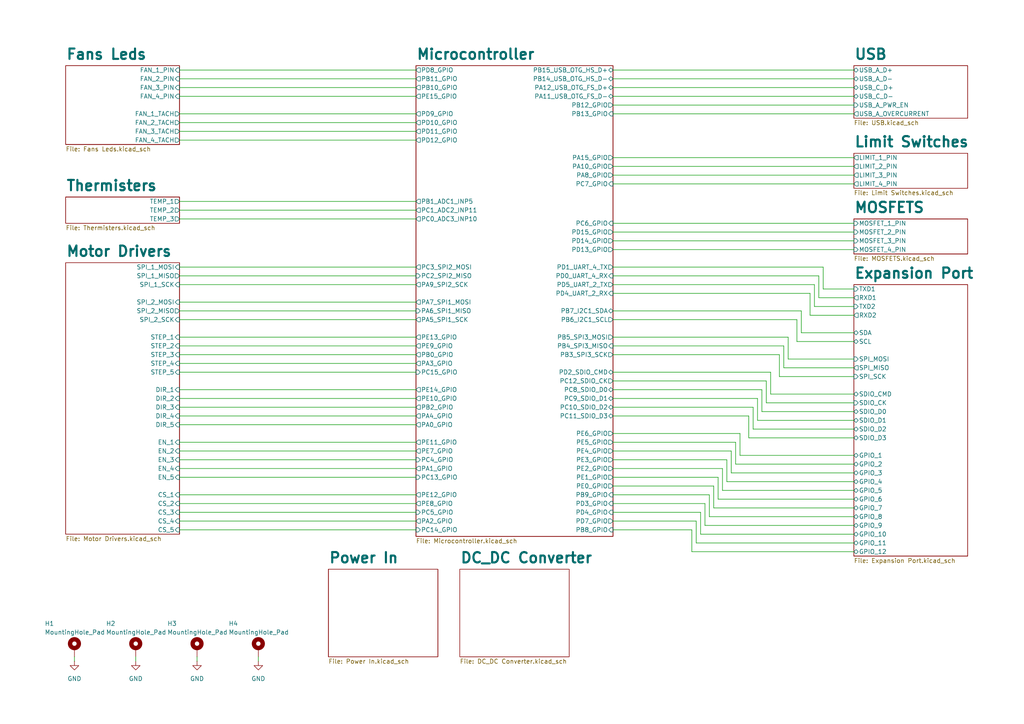
<source format=kicad_sch>
(kicad_sch (version 20250114) (generator "eeschema") (generator_version "9.0")
  (paper "A4")
  (title_block (title "Scorpion max V1") (rev "V1"))
  (lib_symbols
    (symbol "Mechanical:MountingHole_Pad" (pin_numbers (hide yes)) (pin_names (offset 1.016) (hide yes)) (in_bom no)
      (property "Reference" "H" (at 0 6.35 0))
      (property "Value" "MountingHole_Pad" (at 0 4.445 0))
      (symbol "MountingHole_Pad_0_1"
        (circle (center 0 1.27) (radius 1.27) (stroke (width 1.27)))
      )
      (symbol "MountingHole_Pad_1_1"
        (pin input line (at 0 -2.54 90) (length 2.54) (name "1") (number "1"))
      )
    )
    (symbol "power:GND" (power) (pin_numbers (hide yes)) (pin_names (offset 0) (hide yes))
      (property "Value" "GND" (at 0 -3.81 0))
      (symbol "GND_0_1"
        (polyline (pts (xy 0 0) (xy 0 -1.27) (xy 1.27 -1.27) (xy 0 -2.54) (xy -1.27 -1.27) (xy 0 -1.27)))
      )
      (symbol "GND_1_1"
        (pin power_in line (at 0 0 270) (length 0) (name "~") (number "1"))
      )
    )
  )
  (wire (pts (xy 217.17 127) (xy 217.17 120.65)))
  (wire (pts (xy 52.07 77.47) (xy 120.65 77.47)))
  (wire (pts (xy 219.71 121.92) (xy 219.71 115.57)))
  (wire (pts (xy 210.82 139.7) (xy 247.65 139.7)))
  (wire (pts (xy 232.41 96.52) (xy 232.41 90.17)))
  (wire (pts (xy 205.74 143.51) (xy 205.74 149.86)))
  (wire (pts (xy 177.8 113.03) (xy 220.98 113.03)))
  (wire (pts (xy 52.07 130.81) (xy 120.65 130.81)))
  (wire (pts (xy 227.33 106.68) (xy 247.65 106.68)))
  (wire (pts (xy 52.07 138.43) (xy 120.65 138.43)))
  (wire (pts (xy 223.52 114.3) (xy 223.52 107.95)))
  (wire (pts (xy 177.8 153.67) (xy 200.66 153.67)))
  (wire (pts (xy 201.93 151.13) (xy 201.93 157.48)))
  (wire (pts (xy 57.15 191.77) (xy 57.15 190.5)))
  (wire (pts (xy 217.17 127) (xy 247.65 127)))
  (wire (pts (xy 177.8 72.39) (xy 247.65 72.39)))
  (wire (pts (xy 52.07 80.01) (xy 120.65 80.01)))
  (wire (pts (xy 231.14 99.06) (xy 247.65 99.06)))
  (wire (pts (xy 52.07 107.95) (xy 120.65 107.95)))
  (wire (pts (xy 52.07 25.4) (xy 120.65 25.4)))
  (wire (pts (xy 52.07 143.51) (xy 120.65 143.51)))
  (wire (pts (xy 177.8 135.89) (xy 209.55 135.89)))
  (wire (pts (xy 201.93 157.48) (xy 247.65 157.48)))
  (wire (pts (xy 52.07 90.17) (xy 120.65 90.17)))
  (wire (pts (xy 177.8 128.27) (xy 213.36 128.27)))
  (wire (pts (xy 234.95 91.44) (xy 234.95 85.09)))
  (wire (pts (xy 200.66 160.02) (xy 247.65 160.02)))
  (wire (pts (xy 220.98 119.38) (xy 247.65 119.38)))
  (wire (pts (xy 207.01 140.97) (xy 207.01 147.32)))
  (wire (pts (xy 204.47 152.4) (xy 247.65 152.4)))
  (wire (pts (xy 177.8 110.49) (xy 222.25 110.49)))
  (wire (pts (xy 226.06 109.22) (xy 247.65 109.22)))
  (wire (pts (xy 52.07 148.59) (xy 120.65 148.59)))
  (wire (pts (xy 220.98 119.38) (xy 220.98 113.03)))
  (wire (pts (xy 210.82 133.35) (xy 210.82 139.7)))
  (wire (pts (xy 236.22 88.9) (xy 247.65 88.9)))
  (wire (pts (xy 208.28 144.78) (xy 247.65 144.78)))
  (wire (pts (xy 238.76 83.82) (xy 238.76 77.47)))
  (wire (pts (xy 207.01 147.32) (xy 247.65 147.32)))
  (wire (pts (xy 177.8 115.57) (xy 219.71 115.57)))
  (wire (pts (xy 212.09 137.16) (xy 247.65 137.16)))
  (wire (pts (xy 213.36 134.62) (xy 247.65 134.62)))
  (wire (pts (xy 208.28 138.43) (xy 208.28 144.78)))
  (wire (pts (xy 177.8 85.09) (xy 234.95 85.09)))
  (wire (pts (xy 177.8 90.17) (xy 232.41 90.17)))
  (wire (pts (xy 177.8 50.8) (xy 247.65 50.8)))
  (wire (pts (xy 214.63 132.08) (xy 247.65 132.08)))
  (wire (pts (xy 52.07 146.05) (xy 120.65 146.05)))
  (wire (pts (xy 177.8 118.11) (xy 218.44 118.11)))
  (wire (pts (xy 237.49 86.36) (xy 237.49 80.01)))
  (wire (pts (xy 228.6 104.14) (xy 247.65 104.14)))
  (wire (pts (xy 52.07 33.02) (xy 120.65 33.02)))
  (wire (pts (xy 177.8 146.05) (xy 204.47 146.05)))
  (wire (pts (xy 52.07 151.13) (xy 120.65 151.13)))
  (wire (pts (xy 52.07 100.33) (xy 120.65 100.33)))
  (wire (pts (xy 177.8 97.79) (xy 228.6 97.79)))
  (wire (pts (xy 214.63 125.73) (xy 214.63 132.08)))
  (wire (pts (xy 52.07 27.94) (xy 120.65 27.94)))
  (wire (pts (xy 237.49 86.36) (xy 247.65 86.36)))
  (wire (pts (xy 177.8 45.72) (xy 247.65 45.72)))
  (wire (pts (xy 177.8 33.02) (xy 247.65 33.02)))
  (wire (pts (xy 52.07 120.65) (xy 120.65 120.65)))
  (wire (pts (xy 52.07 20.32) (xy 120.65 20.32)))
  (wire (pts (xy 52.07 133.35) (xy 120.65 133.35)))
  (wire (pts (xy 177.8 27.94) (xy 247.65 27.94)))
  (wire (pts (xy 203.2 148.59) (xy 203.2 154.94)))
  (wire (pts (xy 218.44 124.46) (xy 218.44 118.11)))
  (wire (pts (xy 52.07 153.67) (xy 120.65 153.67)))
  (wire (pts (xy 177.8 20.32) (xy 247.65 20.32)))
  (wire (pts (xy 213.36 128.27) (xy 213.36 134.62)))
  (wire (pts (xy 52.07 58.42) (xy 120.65 58.42)))
  (wire (pts (xy 52.07 115.57) (xy 120.65 115.57)))
  (wire (pts (xy 52.07 102.87) (xy 120.65 102.87)))
  (wire (pts (xy 52.07 135.89) (xy 120.65 135.89)))
  (wire (pts (xy 232.41 96.52) (xy 247.65 96.52)))
  (wire (pts (xy 177.8 77.47) (xy 238.76 77.47)))
  (wire (pts (xy 177.8 92.71) (xy 231.14 92.71)))
  (wire (pts (xy 177.8 138.43) (xy 208.28 138.43)))
  (wire (pts (xy 52.07 105.41) (xy 120.65 105.41)))
  (wire (pts (xy 177.8 102.87) (xy 226.06 102.87)))
  (wire (pts (xy 209.55 142.24) (xy 247.65 142.24)))
  (wire (pts (xy 177.8 69.85) (xy 247.65 69.85)))
  (wire (pts (xy 231.14 99.06) (xy 231.14 92.71)))
  (wire (pts (xy 236.22 88.9) (xy 236.22 82.55)))
  (wire (pts (xy 177.8 133.35) (xy 210.82 133.35)))
  (wire (pts (xy 39.37 191.77) (xy 39.37 190.5)))
  (wire (pts (xy 177.8 100.33) (xy 227.33 100.33)))
  (wire (pts (xy 223.52 114.3) (xy 247.65 114.3)))
  (wire (pts (xy 219.71 121.92) (xy 247.65 121.92)))
  (wire (pts (xy 177.8 53.34) (xy 247.65 53.34)))
  (wire (pts (xy 177.8 107.95) (xy 223.52 107.95)))
  (wire (pts (xy 177.8 48.26) (xy 247.65 48.26)))
  (wire (pts (xy 177.8 143.51) (xy 205.74 143.51)))
  (wire (pts (xy 52.07 38.1) (xy 120.65 38.1)))
  (wire (pts (xy 52.07 60.96) (xy 120.65 60.96)))
  (wire (pts (xy 177.8 120.65) (xy 217.17 120.65)))
  (wire (pts (xy 226.06 109.22) (xy 226.06 102.87)))
  (wire (pts (xy 177.8 22.86) (xy 247.65 22.86)))
  (wire (pts (xy 204.47 146.05) (xy 204.47 152.4)))
  (wire (pts (xy 52.07 128.27) (xy 120.65 128.27)))
  (wire (pts (xy 222.25 116.84) (xy 247.65 116.84)))
  (wire (pts (xy 52.07 118.11) (xy 120.65 118.11)))
  (wire (pts (xy 177.8 30.48) (xy 247.65 30.48)))
  (wire (pts (xy 52.07 82.55) (xy 120.65 82.55)))
  (wire (pts (xy 74.93 191.77) (xy 74.93 190.5)))
  (wire (pts (xy 177.8 151.13) (xy 201.93 151.13)))
  (wire (pts (xy 52.07 87.63) (xy 120.65 87.63)))
  (wire (pts (xy 218.44 124.46) (xy 247.65 124.46)))
  (wire (pts (xy 177.8 25.4) (xy 247.65 25.4)))
  (wire (pts (xy 234.95 91.44) (xy 247.65 91.44)))
  (wire (pts (xy 52.07 35.56) (xy 120.65 35.56)))
  (wire (pts (xy 177.8 140.97) (xy 207.01 140.97)))
  (wire (pts (xy 177.8 125.73) (xy 214.63 125.73)))
  (wire (pts (xy 52.07 92.71) (xy 120.65 92.71)))
  (wire (pts (xy 238.76 83.82) (xy 247.65 83.82)))
  (wire (pts (xy 177.8 67.31) (xy 247.65 67.31)))
  (wire (pts (xy 212.09 130.81) (xy 212.09 137.16)))
  (wire (pts (xy 177.8 64.77) (xy 247.65 64.77)))
  (wire (pts (xy 177.8 130.81) (xy 212.09 130.81)))
  (wire (pts (xy 52.07 97.79) (xy 120.65 97.79)))
  (wire (pts (xy 52.07 123.19) (xy 120.65 123.19)))
  (wire (pts (xy 227.33 106.68) (xy 227.33 100.33)))
  (wire (pts (xy 21.59 191.77) (xy 21.59 190.5)))
  (wire (pts (xy 177.8 148.59) (xy 203.2 148.59)))
  (wire (pts (xy 209.55 135.89) (xy 209.55 142.24)))
  (wire (pts (xy 52.07 22.86) (xy 120.65 22.86)))
  (wire (pts (xy 203.2 154.94) (xy 247.65 154.94)))
  (wire (pts (xy 200.66 153.67) (xy 200.66 160.02)))
  (wire (pts (xy 52.07 63.5) (xy 120.65 63.5)))
  (wire (pts (xy 52.07 40.64) (xy 120.65 40.64)))
  (wire (pts (xy 177.8 82.55) (xy 236.22 82.55)))
  (wire (pts (xy 228.6 104.14) (xy 228.6 97.79)))
  (wire (pts (xy 177.8 80.01) (xy 237.49 80.01)))
  (wire (pts (xy 222.25 116.84) (xy 222.25 110.49)))
  (wire (pts (xy 52.07 113.03) (xy 120.65 113.03)))
  (wire (pts (xy 205.74 149.86) (xy 247.65 149.86)))
  (symbol (lib_id "power:GND") (at 57.15 191.77 0) (unit 1)
    (property "Reference" "#PWR03" (effects (hide yes)))
    (property "Value" "GND" (at 57.15 196.85 0))
    (property "Description" "Power symbol creates a global label with name \"GND\" , ground" (effects (hide yes)))
  )
  (symbol (lib_id "power:GND") (at 21.59 191.77 0) (unit 1)
    (property "Reference" "#PWR01" (effects (hide yes)))
    (property "Value" "GND" (at 21.59 196.85 0))
    (property "Description" "Power symbol creates a global label with name \"GND\" , ground" (effects (hide yes)))
  )
  (symbol (lib_id "Mechanical:MountingHole_Pad") (at 57.15 187.96 0) (unit 1) (in_bom no)
    (property "Reference" "H3" (at 48.514 180.848 0) (effects (justify left)))
    (property "Value" "MountingHole_Pad" (at 48.514 183.388 0) (effects (justify left)))
    (property "Footprint" "MountingHole:MountingHole_3.2mm_M3_Pad" (effects (hide yes)))
    (property "Description" "Mounting Hole with connection" (effects (hide yes)))
  )
  (symbol (lib_id "Mechanical:MountingHole_Pad") (at 74.93 187.96 0) (unit 1) (in_bom no)
    (property "Reference" "H4" (at 66.294 180.848 0) (effects (justify left)))
    (property "Value" "MountingHole_Pad" (at 66.294 183.388 0) (effects (justify left)))
    (property "Footprint" "MountingHole:MountingHole_3.2mm_M3_Pad" (effects (hide yes)))
    (property "Description" "Mounting Hole with connection" (effects (hide yes)))
  )
  (symbol (lib_id "Mechanical:MountingHole_Pad") (at 39.37 187.96 0) (unit 1) (in_bom no)
    (property "Reference" "H2" (at 30.734 180.848 0) (effects (justify left)))
    (property "Value" "MountingHole_Pad" (at 30.734 183.388 0) (effects (justify left)))
    (property "Footprint" "MountingHole:MountingHole_3.2mm_M3_Pad" (effects (hide yes)))
    (property "Description" "Mounting Hole with connection" (effects (hide yes)))
  )
  (symbol (lib_id "power:GND") (at 74.93 191.77 0) (unit 1)
    (property "Reference" "#PWR04" (effects (hide yes)))
    (property "Value" "GND" (at 74.93 196.85 0))
    (property "Description" "Power symbol creates a global label with name \"GND\" , ground" (effects (hide yes)))
  )
  (symbol (lib_id "power:GND") (at 39.37 191.77 0) (unit 1)
    (property "Reference" "#PWR02" (effects (hide yes)))
    (property "Value" "GND" (at 39.37 196.85 0))
    (property "Description" "Power symbol creates a global label with name \"GND\" , ground" (effects (hide yes)))
  )
  (symbol (lib_id "Mechanical:MountingHole_Pad") (at 21.59 187.96 0) (unit 1) (in_bom no)
    (property "Reference" "H1" (at 12.954 180.848 0) (effects (justify left)))
    (property "Value" "MountingHole_Pad" (at 12.954 183.388 0) (effects (justify left)))
    (property "Footprint" "MountingHole:MountingHole_3.2mm_M3_Pad" (effects (hide yes)))
    (property "Description" "Mounting Hole with connection" (effects (hide yes)))
  )
  (sheet (at 247.65 63.5) (size 33.02 10.16) (stroke (width 0.1524))
    (property "Sheetname" "MOSFETS" (at 247.65 61.9234 0) (effects (font (size 3 3) (thickness 0.6) (bold yes)) (justify left bottom)))
    (property "Sheetfile" "MOSFETS.kicad_sch" (at 247.65 74.2446 0) (effects (justify left top)))
    (pin "MOSFET_1_PIN" input (at 247.65 64.77 180))
    (pin "MOSFET_2_PIN" input (at 247.65 67.31 180))
    (pin "MOSFET_4_PIN" input (at 247.65 72.39 180))
    (pin "MOSFET_3_PIN" input (at 247.65 69.85 180))
  )
  (sheet (at 95.25 165.1) (size 31.75 25.4) (stroke (width 0.1524))
    (property "Sheetname" "Power In" (at 95.25 163.5234 0) (effects (font (size 3 3) (thickness 0.6) (bold yes)) (justify left bottom)))
    (property "Sheetfile" "Power In.kicad_sch" (at 95.25 191.0846 0) (effects (justify left top)))
  )
  (sheet (at 133.35 165.1) (size 31.75 25.4) (stroke (width 0.1524))
    (property "Sheetname" "DC_DC Converter" (at 133.35 163.5234 0) (effects (font (size 3 3) (thickness 0.6) (bold yes)) (justify left bottom)))
    (property "Sheetfile" "DC_DC Converter.kicad_sch" (at 133.35 191.0846 0) (effects (justify left top)))
  )
  (sheet (at 19.05 76.2) (size 33.02 78.74) (stroke (width 0.1524))
    (property "Sheetname" "Motor Drivers" (at 19.05 74.6234 0) (effects (font (size 3 3) (thickness 0.6) (bold yes)) (justify left bottom)))
    (property "Sheetfile" "Motor Drivers.kicad_sch" (at 19.05 155.5246 0) (effects (justify left top)))
    (pin "SPI_1_MISO" output (at 52.07 80.01 0))
    (pin "SPI_2_MISO" output (at 52.07 90.17 0))
    (pin "SPI_2_SCK" input (at 52.07 92.71 0))
    (pin "EN_5" input (at 52.07 138.43 0))
    (pin "EN_4" input (at 52.07 135.89 0))
    (pin "CS_5" input (at 52.07 153.67 0))
    (pin "EN_3" input (at 52.07 133.35 0))
    (pin "CS_3" input (at 52.07 148.59 0))
    (pin "EN_2" input (at 52.07 130.81 0))
    (pin "EN_1" input (at 52.07 128.27 0))
    (pin "SPI_1_SCK" input (at 52.07 82.55 0))
    (pin "SPI_1_MOSI" input (at 52.07 77.47 0))
    (pin "CS_2" input (at 52.07 146.05 0))
    (pin "SPI_2_MOSI" input (at 52.07 87.63 0))
    (pin "CS_4" input (at 52.07 151.13 0))
    (pin "STEP_2" input (at 52.07 100.33 0))
    (pin "STEP_1" input (at 52.07 97.79 0))
    (pin "DIR_1" input (at 52.07 113.03 0))
    (pin "DIR_2" input (at 52.07 115.57 0))
    (pin "DIR_3" input (at 52.07 118.11 0))
    (pin "STEP_3" input (at 52.07 102.87 0))
    (pin "STEP_4" input (at 52.07 105.41 0))
    (pin "DIR_4" input (at 52.07 120.65 0))
    (pin "STEP_5" input (at 52.07 107.95 0))
    (pin "DIR_5" input (at 52.07 123.19 0))
    (pin "CS_1" input (at 52.07 143.51 0))
  )
  (sheet (at 247.65 44.45) (size 33.02 10.16) (stroke (width 0.1524))
    (property "Sheetname" "Limit Switches" (at 247.65 42.8734 0) (effects (font (size 3 3) (thickness 0.6) (bold yes)) (justify left bottom)))
    (property "Sheetfile" "Limit Switches.kicad_sch" (at 247.65 55.1946 0) (effects (justify left top)))
    (pin "LIMIT_4_PIN" output (at 247.65 53.34 180))
    (pin "LIMIT_1_PIN" output (at 247.65 45.72 180))
    (pin "LIMIT_3_PIN" output (at 247.65 50.8 180))
    (pin "LIMIT_2_PIN" output (at 247.65 48.26 180))
  )
  (sheet (at 120.65 19.05) (size 57.15 136.525) (stroke (width 0.1524))
    (property "Sheetname" "Microcontroller" (at 120.65 17.4734 0) (effects (font (size 3 3) (thickness 0.6) (bold yes)) (justify left bottom)))
    (property "Sheetfile" "Microcontroller.kicad_sch" (at 120.65 156.1596 0) (effects (justify left top)))
    (pin "PB4_SPI3_MISO" input (at 177.8 100.33 0))
    (pin "PB5_SPI3_MOSI" output (at 177.8 97.79 0))
    (pin "PA12_USB_OTG_FS_D+" bidirectional (at 177.8 25.4 0))
    (pin "PB15_USB_OTG_HS_D+" bidirectional (at 177.8 20.32 0))
    (pin "PB3_SPI3_SCK" output (at 177.8 102.87 0))
    (pin "PC8_SDIO_D0" bidirectional (at 177.8 113.03 0))
    (pin "PC11_SDIO_D3" bidirectional (at 177.8 120.65 0))
    (pin "PC9_SDIO_D1" bidirectional (at 177.8 115.57 0))
    (pin "PB7_I2C1_SDA" bidirectional (at 177.8 90.17 0))
    (pin "PB6_I2C1_SCL" output (at 177.8 92.71 0))
    (pin "PC10_SDIO_D2" bidirectional (at 177.8 118.11 0))
    (pin "PC12_SDIO_CK" output (at 177.8 110.49 0))
    (pin "PD2_SDIO_CMD" bidirectional (at 177.8 107.95 0))
    (pin "PA11_USB_OTG_FS_D-" bidirectional (at 177.8 27.94 0))
    (pin "PB14_USB_OTG_HS_D-" bidirectional (at 177.8 22.86 0))
    (pin "PB12_GPIO" output (at 177.8 30.48 0))
    (pin "PB13_GPIO" input (at 177.8 33.02 0))
    (pin "PD1_UART_4_TX" output (at 177.8 77.47 0))
    (pin "PD0_UART_4_RX" input (at 177.8 80.01 0))
    (pin "PD5_UART_2_TX" output (at 177.8 82.55 0))
    (pin "PD4_UART_2_RX" input (at 177.8 85.09 0))
    (pin "PD7_GPIO" output (at 177.8 151.13 0))
    (pin "PD3_GPIO" input (at 177.8 146.05 0))
    (pin "PD4_GPIO" input (at 177.8 148.59 0))
    (pin "PB8_GPIO" input (at 177.8 153.67 0))
    (pin "PE1_GPIO" output (at 177.8 138.43 0))
    (pin "PE0_GPIO" output (at 177.8 140.97 0))
    (pin "PB9_GPIO" input (at 177.8 143.51 0))
    (pin "PE4_GPIO" output (at 177.8 130.81 0))
    (pin "PE6_GPIO" output (at 177.8 125.73 0))
    (pin "PE3_GPIO" output (at 177.8 133.35 0))
    (pin "PE2_GPIO" output (at 177.8 135.89 0))
    (pin "PE5_GPIO" output (at 177.8 128.27 0))
    (pin "PA5_SPI1_SCK" output (at 120.65 92.71 180))
    (pin "PA6_SPI1_MISO" input (at 120.65 90.17 180))
    (pin "PC2_SPI2_MISO" input (at 120.65 80.01 180))
    (pin "PA7_SPI1_MOSI" output (at 120.65 87.63 180))
    (pin "PC3_SPI2_MOSI" output (at 120.65 77.47 180))
    (pin "PA9_SPI2_SCK" output (at 120.65 82.55 180))
    (pin "PE7_GPIO" output (at 120.65 130.81 180))
    (pin "PA4_GPIO" output (at 120.65 120.65 180))
    (pin "PE11_GPIO" output (at 120.65 128.27 180))
    (pin "PB0_GPIO" output (at 120.65 102.87 180))
    (pin "PC4_GPIO" input (at 120.65 133.35 180))
    (pin "PE10_GPIO" output (at 120.65 115.57 180))
    (pin "PE13_GPIO" output (at 120.65 97.79 180))
    (pin "PE8_GPIO" output (at 120.65 146.05 180))
    (pin "PC5_GPIO" input (at 120.65 148.59 180))
    (pin "PE12_GPIO" output (at 120.65 143.51 180))
    (pin "PE14_GPIO" output (at 120.65 113.03 180))
    (pin "PB2_GPIO" output (at 120.65 118.11 180))
    (pin "PE9_GPIO" output (at 120.65 100.33 180))
    (pin "PC14_GPIO" input (at 120.65 153.67 180))
    (pin "PA0_GPIO" output (at 120.65 123.19 180))
    (pin "PA1_GPIO" output (at 120.65 135.89 180))
    (pin "PA2_GPIO" output (at 120.65 151.13 180))
    (pin "PA3_GPIO" output (at 120.65 105.41 180))
    (pin "PC15_GPIO" input (at 120.65 107.95 180))
    (pin "PC13_GPIO" input (at 120.65 138.43 180))
    (pin "PC1_ADC2_INP11" output (at 120.65 60.96 180))
    (pin "PC0_ADC3_INP10" output (at 120.65 63.5 180))
    (pin "PB1_ADC1_INP5" output (at 120.65 58.42 180))
    (pin "PE15_GPIO" output (at 120.65 27.94 180))
    (pin "PB11_GPIO" output (at 120.65 22.86 180))
    (pin "PD8_GPIO" output (at 120.65 20.32 180))
    (pin "PB10_GPIO" output (at 120.65 25.4 180))
    (pin "PD11_GPIO" output (at 120.65 38.1 180))
    (pin "PD12_GPIO" output (at 120.65 40.64 180))
    (pin "PD10_GPIO" output (at 120.65 35.56 180))
    (pin "PD9_GPIO" output (at 120.65 33.02 180))
    (pin "PA8_GPIO" output (at 177.8 50.8 0))
    (pin "PA15_GPIO" output (at 177.8 45.72 0))
    (pin "PA10_GPIO" output (at 177.8 48.26 0))
    (pin "PC7_GPIO" input (at 177.8 53.34 0))
    (pin "PD14_GPIO" output (at 177.8 69.85 0))
    (pin "PD13_GPIO" output (at 177.8 72.39 0))
    (pin "PD15_GPIO" output (at 177.8 67.31 0))
    (pin "PC6_GPIO" input (at 177.8 64.77 0))
  )
  (sheet (at 19.05 19.05) (size 33.02 22.86) (stroke (width 0.1524))
    (property "Sheetname" "Fans Leds" (at 19.05 17.4734 0) (effects (font (size 3 3) (thickness 0.6) (bold yes)) (justify left bottom)))
    (property "Sheetfile" "Fans Leds.kicad_sch" (at 19.05 42.4946 0) (effects (justify left top)))
    (pin "FAN_1_PIN" input (at 52.07 20.32 0))
    (pin "FAN_3_PIN" input (at 52.07 25.4 0))
    (pin "FAN_2_PIN" input (at 52.07 22.86 0))
    (pin "FAN_4_PIN" input (at 52.07 27.94 0))
    (pin "FAN_1_TACH" output (at 52.07 33.02 0))
    (pin "FAN_2_TACH" output (at 52.07 35.56 0))
    (pin "FAN_4_TACH" output (at 52.07 40.64 0))
    (pin "FAN_3_TACH" output (at 52.07 38.1 0))
  )
  (sheet (at 247.65 19.05) (size 33.02 15.24) (stroke (width 0.1524))
    (property "Sheetname" "USB" (at 247.65 17.4734 0) (effects (font (size 3 3) (thickness 0.6) (bold yes)) (justify left bottom)))
    (property "Sheetfile" "USB.kicad_sch" (at 247.65 34.8746 0) (effects (justify left top)))
    (pin "USB_A_D+" bidirectional (at 247.65 20.32 180))
    (pin "USB_A_D-" bidirectional (at 247.65 22.86 180))
    (pin "USB_C_D+" bidirectional (at 247.65 25.4 180))
    (pin "USB_C_D-" bidirectional (at 247.65 27.94 180))
    (pin "USB_A_OVERCURRENT" output (at 247.65 33.02 180))
    (pin "USB_A_PWR_EN" input (at 247.65 30.48 180))
  )
  (sheet (at 19.05 57.15) (size 33.02 7.62) (stroke (width 0.1524))
    (property "Sheetname" "Thermisters" (at 19.05 55.5734 0) (effects (font (size 3 3) (thickness 0.6) (bold yes)) (justify left bottom)))
    (property "Sheetfile" "Thermisters.kicad_sch" (at 19.05 65.3546 0) (effects (justify left top)))
    (pin "TEMP_1" output (at 52.07 58.42 0))
    (pin "TEMP_2" output (at 52.07 60.96 0))
    (pin "TEMP_3" output (at 52.07 63.5 0))
  )
  (sheet (at 247.65 82.55) (size 33.02 78.74) (stroke (width 0.1524))
    (property "Sheetname" "Expansion Port" (at 247.65 80.9734 0) (effects (font (size 3 3) (thickness 0.6) (bold yes)) (justify left bottom)))
    (property "Sheetfile" "Expansion Port.kicad_sch" (at 247.65 161.8746 0) (effects (justify left top)))
    (pin "SPI_SCK" input (at 247.65 109.22 180))
    (pin "RXD1" output (at 247.65 86.36 180))
    (pin "SPI_MISO" output (at 247.65 106.68 180))
    (pin "SPI_MOSI" input (at 247.65 104.14 180))
    (pin "RXD2" output (at 247.65 91.44 180))
    (pin "SCL" bidirectional (at 247.65 99.06 180))
    (pin "SDA" bidirectional (at 247.65 96.52 180))
    (pin "GPIO_1" bidirectional (at 247.65 132.08 180))
    (pin "GPIO_6" bidirectional (at 247.65 144.78 180))
    (pin "GPIO_5" bidirectional (at 247.65 142.24 180))
    (pin "GPIO_2" bidirectional (at 247.65 134.62 180))
    (pin "GPIO_4" bidirectional (at 247.65 139.7 180))
    (pin "GPIO_3" bidirectional (at 247.65 137.16 180))
    (pin "TXD1" input (at 247.65 83.82 180))
    (pin "TXD2" input (at 247.65 88.9 180))
    (pin "SDIO_D3" bidirectional (at 247.65 127 180))
    (pin "SDIO_CMD" bidirectional (at 247.65 114.3 180))
    (pin "SDIO_D2" bidirectional (at 247.65 124.46 180))
    (pin "SDIO_D1" bidirectional (at 247.65 121.92 180))
    (pin "SDIO_D0" bidirectional (at 247.65 119.38 180))
    (pin "SDIO_CK" input (at 247.65 116.84 180))
    (pin "GPIO_7" bidirectional (at 247.65 147.32 180))
    (pin "GPIO_8" bidirectional (at 247.65 149.86 180))
    (pin "GPIO_11" bidirectional (at 247.65 157.48 180))
    (pin "GPIO_12" bidirectional (at 247.65 160.02 180))
    (pin "GPIO_10" bidirectional (at 247.65 154.94 180))
    (pin "GPIO_9" bidirectional (at 247.65 152.4 180))
  )
)
</source>
